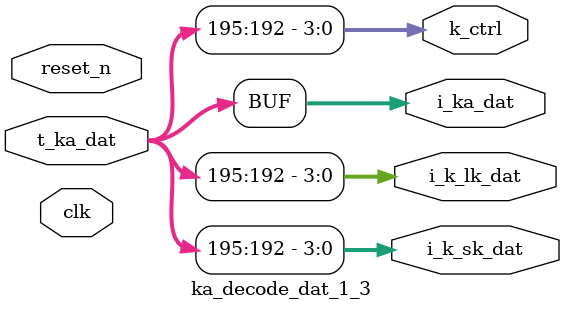
<source format=v>

module ka_decode_dat_1_3 (
    input [195:0]       t_ka_dat,
    output wire [3:0] 		      i_k_sk_dat,
    output wire [3:0] 		      i_k_lk_dat,
    output wire [195:0] i_ka_dat,
    output wire [3:0]                       k_ctrl,
    input 						      clk, reset_n
);

   assign i_k_sk_dat=t_ka_dat[195:192];
   assign i_k_lk_dat=t_ka_dat[195:192];
   assign i_ka_dat=t_ka_dat;
   
   assign k_ctrl=t_ka_dat[195:192];
   
endmodule

</source>
